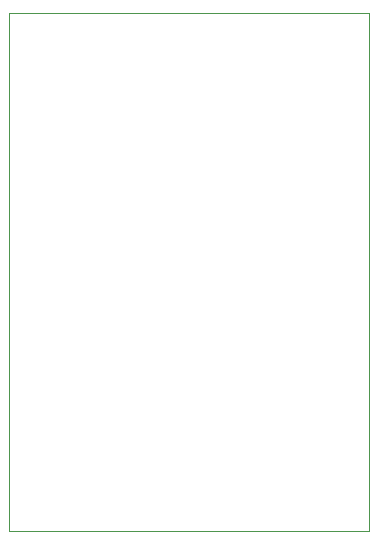
<source format=gbr>
G04 #@! TF.GenerationSoftware,KiCad,Pcbnew,(5.1.0)-1*
G04 #@! TF.CreationDate,2019-07-03T18:49:27-07:00*
G04 #@! TF.ProjectId,MiniScope_V4,4d696e69-5363-46f7-9065-5f56342e6b69,rev?*
G04 #@! TF.SameCoordinates,Original*
G04 #@! TF.FileFunction,Profile,NP*
%FSLAX46Y46*%
G04 Gerber Fmt 4.6, Leading zero omitted, Abs format (unit mm)*
G04 Created by KiCad (PCBNEW (5.1.0)-1) date 2019-07-03 18:49:27*
%MOMM*%
%LPD*%
G04 APERTURE LIST*
%ADD10C,0.050000*%
G04 APERTURE END LIST*
D10*
X127000000Y-89535000D02*
X127000000Y-133350000D01*
X157480000Y-89535000D02*
X127000000Y-89535000D01*
X157480000Y-133350000D02*
X157480000Y-89535000D01*
X127000000Y-133350000D02*
X157480000Y-133350000D01*
M02*

</source>
